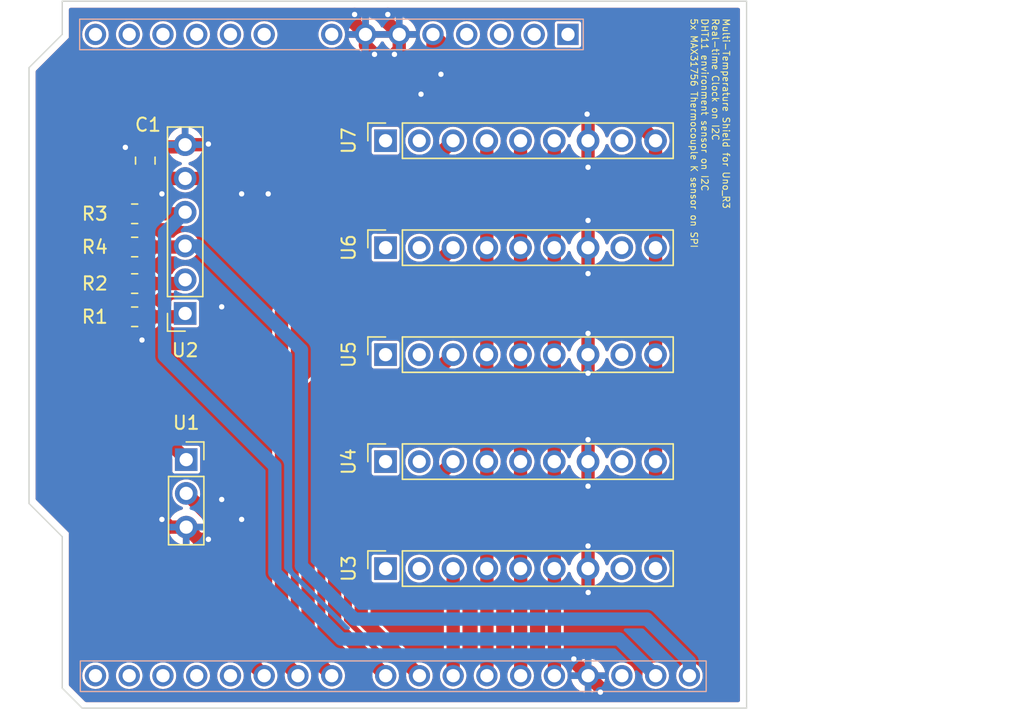
<source format=kicad_pcb>
(kicad_pcb (version 20221018) (generator pcbnew)
  (title_block (title "PCB_UNO_vers_multiTemp") (date "26/04/2023") (rev "1.0") (company "DM"))
  (layers (0 "F.Cu" signal) (31 "B.Cu" signal) (34 "B.Paste" user) (35 "F.Paste" user) (36 "B.SilkS" user "B.Silkscreen") (37 "F.SilkS" user "F.Silkscreen") (38 "B.Mask" user) (39 "F.Mask" user) (44 "Edge.Cuts" user))
  (net 0 "")
  (net 5 "VCC")
  (net 6 "GND")
  (net 7 "Net-(#FLG02-pwr)")
  (net 19 "DATA")
  (net 20 "CS_#5")
  (net 21 "CS_#4")
  (net 22 "CS_#3")
  (net 23 "CS_#2")
  (net 24 "CS_#1")
  (net 25 "SDI")
  (net 26 "SDO")
  (net 27 "SCK")
  (net 29 "SDA")
  (net 30 "SCL")
  (net 31 "/32kHz")
  (net 32 "/SQW")
  (footprint "Connector_PinSocket_2.54mm:PinSocket_1x06_P2.54mm_Vertical" (layer "F.Cu") (at 61.75 73.5 180)
    (fp_text reference "U2" (at 0 -2.77) (layer "F.SilkS"))
    (fp_text value "DS3231_az-delivery7091355839233")
    (fp_line (start -1.33 1.27) (end -1.33 14.03) (stroke (width 0.12)) (layer "F.SilkS"))
    (fp_line (start -1.33 1.27) (end 1.33 1.27) (stroke (width 0.12)) (layer "F.SilkS"))
    (fp_line (start -1.33 14.03) (end 1.33 14.03) (stroke (width 0.12)) (layer "F.SilkS"))
    (fp_line (start 0 -1.33) (end 1.33 -1.33) (stroke (width 0.12)) (layer "F.SilkS"))
    (fp_line (start 1.33 -1.33) (end 1.33 0) (stroke (width 0.12)) (layer "F.SilkS"))
    (fp_line (start 1.33 1.27) (end 1.33 14.03) (stroke (width 0.12)) (layer "F.SilkS"))
    (pad "1" thru_hole rect (at 0 0 180) (size 1.7 1.7) (drill 1) (layers "*.Cu" "*.Mask") (net 31 "/32kHz"))
    (pad "2" thru_hole oval (at 0 2.54 180) (size 1.7 1.7) (drill 1) (layers "*.Cu" "*.Mask") (net 32 "/SQW"))
    (pad "3" thru_hole oval (at 0 5.08 180) (size 1.7 1.7) (drill 1) (layers "*.Cu" "*.Mask") (net 30 "SCL"))
    (pad "4" thru_hole oval (at 0 7.62 180) (size 1.7 1.7) (drill 1) (layers "*.Cu" "*.Mask") (net 29 "SDA"))
    (pad "5" thru_hole oval (at 0 10.16 180) (size 1.7 1.7) (drill 1) (layers "*.Cu" "*.Mask") (net 5 "VCC"))
    (pad "6" thru_hole oval (at 0 12.7 180) (size 1.7 1.7) (drill 1) (layers "*.Cu" "*.Mask") (net 6 "GND"))
  )
  (footprint "Capacitor_SMD:C_0805_2012Metric_Pad1.18x1.45mm_HandSolder" (layer "F.Cu") (at 58.75 62 90)
    (fp_text reference "C1" (at 2.7 0.2 180) (layer "F.SilkS"))
    (fp_text value "100p")
    (fp_line (start -0.261252 -0.735) (end 0.261252 -0.735) (stroke (width 0.12)) (layer "F.SilkS"))
    (fp_line (start -0.261252 0.735) (end 0.261252 0.735) (stroke (width 0.12)) (layer "F.SilkS"))
    (pad "1" smd roundrect (at -1.0375 0 90) (size 1.175 1.45) (layers "F.Cu" "F.Paste" "F.Mask") (roundrect_rratio 0.2127659574) (net 5 "VCC"))
    (pad "2" smd roundrect (at 1.0375 0 90) (size 1.175 1.45) (layers "F.Cu" "F.Paste" "F.Mask") (roundrect_rratio 0.2127659574) (net 6 "GND"))
  )
  (footprint "Connector_PinSocket_2.54mm:PinSocket_1x09_P2.54mm_Vertical" (layer "F.Cu") (at 76.83 60.5 90)
    (fp_text reference "U7" (at 0 -2.77 90) (layer "F.SilkS"))
    (fp_text value "MAX31856")
    (fp_line (start -1.33 1.27) (end -1.33 21.65) (stroke (width 0.12)) (layer "F.SilkS"))
    (fp_line (start -1.33 1.27) (end 1.33 1.27) (stroke (width 0.12)) (layer "F.SilkS"))
    (fp_line (start -1.33 21.65) (end 1.33 21.65) (stroke (width 0.12)) (layer "F.SilkS"))
    (fp_line (start 0 -1.33) (end 1.33 -1.33) (stroke (width 0.12)) (layer "F.SilkS"))
    (fp_line (start 1.33 -1.33) (end 1.33 0) (stroke (width 0.12)) (layer "F.SilkS"))
    (fp_line (start 1.33 1.27) (end 1.33 21.65) (stroke (width 0.12)) (layer "F.SilkS"))
    (pad "1" thru_hole rect (at 0 0 90) (size 1.7 1.7) (drill 1) (layers "*.Cu" "*.Mask"))
    (pad "2" thru_hole oval (at 0 2.54 90) (size 1.7 1.7) (drill 1) (layers "*.Cu" "*.Mask"))
    (pad "3" thru_hole oval (at 0 5.08 90) (size 1.7 1.7) (drill 1) (layers "*.Cu" "*.Mask") (net 20 "CS_#5"))
    (pad "4" thru_hole oval (at 0 7.62 90) (size 1.7 1.7) (drill 1) (layers "*.Cu" "*.Mask") (net 25 "SDI"))
    (pad "5" thru_hole oval (at 0 10.16 90) (size 1.7 1.7) (drill 1) (layers "*.Cu" "*.Mask") (net 26 "SDO"))
    (pad "6" thru_hole oval (at 0 12.7 90) (size 1.7 1.7) (drill 1) (layers "*.Cu" "*.Mask") (net 27 "SCK"))
    (pad "7" thru_hole oval (at 0 15.24 90) (size 1.7 1.7) (drill 1) (layers "*.Cu" "*.Mask") (net 6 "GND"))
    (pad "8" thru_hole oval (at 0 17.78 90) (size 1.7 1.7) (drill 1) (layers "*.Cu" "*.Mask"))
    (pad "9" thru_hole oval (at 0 20.32 90) (size 1.7 1.7) (drill 1) (layers "*.Cu" "*.Mask") (net 5 "VCC"))
  )
  (footprint "Resistor_SMD:R_0805_2012Metric_Pad1.20x1.40mm_HandSolder" (layer "F.Cu") (at 57.95 66)
    (fp_text reference "R3" (at -3 0) (layer "F.SilkS"))
    (fp_text value "10k")
    (fp_line (start -0.227064 -0.735) (end 0.227064 -0.735) (stroke (width 0.12)) (layer "F.SilkS"))
    (fp_line (start -0.227064 0.735) (end 0.227064 0.735) (stroke (width 0.12)) (layer "F.SilkS"))
    (pad "1" smd roundrect (at -1 0) (size 1.2 1.4) (layers "F.Cu" "F.Paste" "F.Mask") (roundrect_rratio 0.2083333333) (net 5 "VCC"))
    (pad "2" smd roundrect (at 1 0) (size 1.2 1.4) (layers "F.Cu" "F.Paste" "F.Mask") (roundrect_rratio 0.2083333333) (net 29 "SDA"))
  )
  (footprint "Resistor_SMD:R_0805_2012Metric_Pad1.20x1.40mm_HandSolder" (layer "F.Cu") (at 57.95 68.5)
    (fp_text reference "R4" (at -3 0) (layer "F.SilkS"))
    (fp_text value "10k")
    (fp_line (start -0.227064 -0.735) (end 0.227064 -0.735) (stroke (width 0.12)) (layer "F.SilkS"))
    (fp_line (start -0.227064 0.735) (end 0.227064 0.735) (stroke (width 0.12)) (layer "F.SilkS"))
    (pad "1" smd roundrect (at -1 0) (size 1.2 1.4) (layers "F.Cu" "F.Paste" "F.Mask") (roundrect_rratio 0.2083333333) (net 5 "VCC"))
    (pad "2" smd roundrect (at 1 0) (size 1.2 1.4) (layers "F.Cu" "F.Paste" "F.Mask") (roundrect_rratio 0.2083333333) (net 30 "SCL"))
  )
  (footprint "Connector_PinSocket_2.54mm:PinSocket_1x09_P2.54mm_Vertical" (layer "F.Cu") (at 76.83 92.7 90)
    (fp_text reference "U3" (at 0 -2.77 90) (layer "F.SilkS"))
    (fp_text value "MAX31856")
    (fp_line (start -1.33 1.27) (end -1.33 21.65) (stroke (width 0.12)) (layer "F.SilkS"))
    (fp_line (start -1.33 1.27) (end 1.33 1.27) (stroke (width 0.12)) (layer "F.SilkS"))
    (fp_line (start -1.33 21.65) (end 1.33 21.65) (stroke (width 0.12)) (layer "F.SilkS"))
    (fp_line (start 0 -1.33) (end 1.33 -1.33) (stroke (width 0.12)) (layer "F.SilkS"))
    (fp_line (start 1.33 -1.33) (end 1.33 0) (stroke (width 0.12)) (layer "F.SilkS"))
    (fp_line (start 1.33 1.27) (end 1.33 21.65) (stroke (width 0.12)) (layer "F.SilkS"))
    (pad "1" thru_hole rect (at 0 0 90) (size 1.7 1.7) (drill 1) (layers "*.Cu" "*.Mask"))
    (pad "2" thru_hole oval (at 0 2.54 90) (size 1.7 1.7) (drill 1) (layers "*.Cu" "*.Mask"))
    (pad "3" thru_hole oval (at 0 5.08 90) (size 1.7 1.7) (drill 1) (layers "*.Cu" "*.Mask") (net 24 "CS_#1"))
    (pad "4" thru_hole oval (at 0 7.62 90) (size 1.7 1.7) (drill 1) (layers "*.Cu" "*.Mask") (net 25 "SDI"))
    (pad "5" thru_hole oval (at 0 10.16 90) (size 1.7 1.7) (drill 1) (layers "*.Cu" "*.Mask") (net 26 "SDO"))
    (pad "6" thru_hole oval (at 0 12.7 90) (size 1.7 1.7) (drill 1) (layers "*.Cu" "*.Mask") (net 27 "SCK"))
    (pad "7" thru_hole oval (at 0 15.24 90) (size 1.7 1.7) (drill 1) (layers "*.Cu" "*.Mask") (net 6 "GND"))
    (pad "8" thru_hole oval (at 0 17.78 90) (size 1.7 1.7) (drill 1) (layers "*.Cu" "*.Mask"))
    (pad "9" thru_hole oval (at 0 20.32 90) (size 1.7 1.7) (drill 1) (layers "*.Cu" "*.Mask") (net 5 "VCC"))
  )
  (footprint "Connector_PinSocket_2.54mm:PinSocket_1x09_P2.54mm_Vertical" (layer "F.Cu") (at 76.83 76.6 90)
    (fp_text reference "U5" (at 0 -2.77 90) (layer "F.SilkS"))
    (fp_text value "MAX31856")
    (fp_line (start -1.33 1.27) (end -1.33 21.65) (stroke (width 0.12)) (layer "F.SilkS"))
    (fp_line (start -1.33 1.27) (end 1.33 1.27) (stroke (width 0.12)) (layer "F.SilkS"))
    (fp_line (start -1.33 21.65) (end 1.33 21.65) (stroke (width 0.12)) (layer "F.SilkS"))
    (fp_line (start 0 -1.33) (end 1.33 -1.33) (stroke (width 0.12)) (layer "F.SilkS"))
    (fp_line (start 1.33 -1.33) (end 1.33 0) (stroke (width 0.12)) (layer "F.SilkS"))
    (fp_line (start 1.33 1.27) (end 1.33 21.65) (stroke (width 0.12)) (layer "F.SilkS"))
    (pad "1" thru_hole rect (at 0 0 90) (size 1.7 1.7) (drill 1) (layers "*.Cu" "*.Mask"))
    (pad "2" thru_hole oval (at 0 2.54 90) (size 1.7 1.7) (drill 1) (layers "*.Cu" "*.Mask"))
    (pad "3" thru_hole oval (at 0 5.08 90) (size 1.7 1.7) (drill 1) (layers "*.Cu" "*.Mask") (net 22 "CS_#3"))
    (pad "4" thru_hole oval (at 0 7.62 90) (size 1.7 1.7) (drill 1) (layers "*.Cu" "*.Mask") (net 25 "SDI"))
    (pad "5" thru_hole oval (at 0 10.16 90) (size 1.7 1.7) (drill 1) (layers "*.Cu" "*.Mask") (net 26 "SDO"))
    (pad "6" thru_hole oval (at 0 12.7 90) (size 1.7 1.7) (drill 1) (layers "*.Cu" "*.Mask") (net 27 "SCK"))
    (pad "7" thru_hole oval (at 0 15.24 90) (size 1.7 1.7) (drill 1) (layers "*.Cu" "*.Mask") (net 6 "GND"))
    (pad "8" thru_hole oval (at 0 17.78 90) (size 1.7 1.7) (drill 1) (layers "*.Cu" "*.Mask"))
    (pad "9" thru_hole oval (at 0 20.32 90) (size 1.7 1.7) (drill 1) (layers "*.Cu" "*.Mask") (net 5 "VCC"))
  )
  (footprint "Connector_PinSocket_2.54mm:PinSocket_1x09_P2.54mm_Vertical" (layer "F.Cu") (at 76.83 84.65 90)
    (fp_text reference "U4" (at 0 -2.77 90) (layer "F.SilkS"))
    (fp_text value "MAX31856")
    (fp_line (start -1.33 1.27) (end -1.33 21.65) (stroke (width 0.12)) (layer "F.SilkS"))
    (fp_line (start -1.33 1.27) (end 1.33 1.27) (stroke (width 0.12)) (layer "F.SilkS"))
    (fp_line (start -1.33 21.65) (end 1.33 21.65) (stroke (width 0.12)) (layer "F.SilkS"))
    (fp_line (start 0 -1.33) (end 1.33 -1.33) (stroke (width 0.12)) (layer "F.SilkS"))
    (fp_line (start 1.33 -1.33) (end 1.33 0) (stroke (width 0.12)) (layer "F.SilkS"))
    (fp_line (start 1.33 1.27) (end 1.33 21.65) (stroke (width 0.12)) (layer "F.SilkS"))
    (pad "1" thru_hole rect (at 0 0 90) (size 1.7 1.7) (drill 1) (layers "*.Cu" "*.Mask"))
    (pad "2" thru_hole oval (at 0 2.54 90) (size 1.7 1.7) (drill 1) (layers "*.Cu" "*.Mask"))
    (pad "3" thru_hole oval (at 0 5.08 90) (size 1.7 1.7) (drill 1) (layers "*.Cu" "*.Mask") (net 23 "CS_#2"))
    (pad "4" thru_hole oval (at 0 7.62 90) (size 1.7 1.7) (drill 1) (layers "*.Cu" "*.Mask") (net 25 "SDI"))
    (pad "5" thru_hole oval (at 0 10.16 90) (size 1.7 1.7) (drill 1) (layers "*.Cu" "*.Mask") (net 26 "SDO"))
    (pad "6" thru_hole oval (at 0 12.7 90) (size 1.7 1.7) (drill 1) (layers "*.Cu" "*.Mask") (net 27 "SCK"))
    (pad "7" thru_hole oval (at 0 15.24 90) (size 1.7 1.7) (drill 1) (layers "*.Cu" "*.Mask") (net 6 "GND"))
    (pad "8" thru_hole oval (at 0 17.78 90) (size 1.7 1.7) (drill 1) (layers "*.Cu" "*.Mask"))
    (pad "9" thru_hole oval (at 0 20.32 90) (size 1.7 1.7) (drill 1) (layers "*.Cu" "*.Mask") (net 5 "VCC"))
  )
  (footprint "Resistor_SMD:R_0805_2012Metric_Pad1.20x1.40mm_HandSolder" (layer "F.Cu") (at 57.95 73.75)
    (fp_text reference "R1" (at -3 0) (layer "F.SilkS"))
    (fp_text value "10k")
    (fp_line (start -0.227064 -0.735) (end 0.227064 -0.735) (stroke (width 0.12)) (layer "F.SilkS"))
    (fp_line (start -0.227064 0.735) (end 0.227064 0.735) (stroke (width 0.12)) (layer "F.SilkS"))
    (pad "1" smd roundrect (at -1 0) (size 1.2 1.4) (layers "F.Cu" "F.Paste" "F.Mask") (roundrect_rratio 0.2083333333) (net 5 "VCC"))
    (pad "2" smd roundrect (at 1 0) (size 1.2 1.4) (layers "F.Cu" "F.Paste" "F.Mask") (roundrect_rratio 0.2083333333) (net 31 "/32kHz"))
  )
  (footprint "Resistor_SMD:R_0805_2012Metric_Pad1.20x1.40mm_HandSolder" (layer "F.Cu") (at 57.95 71.25)
    (fp_text reference "R2" (at -3 0) (layer "F.SilkS"))
    (fp_text value "10k")
    (fp_line (start -0.227064 -0.735) (end 0.227064 -0.735) (stroke (width 0.12)) (layer "F.SilkS"))
    (fp_line (start -0.227064 0.735) (end 0.227064 0.735) (stroke (width 0.12)) (layer "F.SilkS"))
    (pad "1" smd roundrect (at -1 0) (size 1.2 1.4) (layers "F.Cu" "F.Paste" "F.Mask") (roundrect_rratio 0.2083333333) (net 5 "VCC"))
    (pad "2" smd roundrect (at 1 0) (size 1.2 1.4) (layers "F.Cu" "F.Paste" "F.Mask") (roundrect_rratio 0.2083333333) (net 32 "/SQW"))
  )
  (footprint "Connector_PinSocket_2.54mm:PinSocket_1x03_P2.54mm_Vertical" (layer "F.Cu") (at 61.83 84.5)
    (fp_text reference "U1" (at 0 -2.77) (layer "F.SilkS"))
    (fp_text value "DHT11")
    (fp_line (start -1.33 1.27) (end -1.33 6.41) (stroke (width 0.12)) (layer "F.SilkS"))
    (fp_line (start -1.33 1.27) (end 1.33 1.27) (stroke (width 0.12)) (layer "F.SilkS"))
    (fp_line (start -1.33 6.41) (end 1.33 6.41) (stroke (width 0.12)) (layer "F.SilkS"))
    (fp_line (start 0 -1.33) (end 1.33 -1.33) (stroke (width 0.12)) (layer "F.SilkS"))
    (fp_line (start 1.33 -1.33) (end 1.33 0) (stroke (width 0.12)) (layer "F.SilkS"))
    (fp_line (start 1.33 1.27) (end 1.33 6.41) (stroke (width 0.12)) (layer "F.SilkS"))
    (pad "1" thru_hole rect (at 0 0) (size 1.7 1.7) (drill 1) (layers "*.Cu" "*.Mask") (net 5 "VCC"))
    (pad "2" thru_hole oval (at 0 2.54) (size 1.7 1.7) (drill 1) (layers "*.Cu" "*.Mask") (net 19 "DATA"))
    (pad "3" thru_hole oval (at 0 5.08) (size 1.7 1.7) (drill 1) (layers "*.Cu" "*.Mask") (net 6 "GND"))
  )
  (footprint "Connector_PinSocket_2.54mm:PinSocket_1x09_P2.54mm_Vertical" (layer "F.Cu") (at 76.83 68.55 90)
    (fp_text reference "U6" (at 0 -2.77 90) (layer "F.SilkS"))
    (fp_text value "MAX31856")
    (fp_line (start -1.33 1.27) (end -1.33 21.65) (stroke (width 0.12)) (layer "F.SilkS"))
    (fp_line (start -1.33 1.27) (end 1.33 1.27) (stroke (width 0.12)) (layer "F.SilkS"))
    (fp_line (start -1.33 21.65) (end 1.33 21.65) (stroke (width 0.12)) (layer "F.SilkS"))
    (fp_line (start 0 -1.33) (end 1.33 -1.33) (stroke (width 0.12)) (layer "F.SilkS"))
    (fp_line (start 1.33 -1.33) (end 1.33 0) (stroke (width 0.12)) (layer "F.SilkS"))
    (fp_line (start 1.33 1.27) (end 1.33 21.65) (stroke (width 0.12)) (layer "F.SilkS"))
    (pad "1" thru_hole rect (at 0 0 90) (size 1.7 1.7) (drill 1) (layers "*.Cu" "*.Mask"))
    (pad "2" thru_hole oval (at 0 2.54 90) (size 1.7 1.7) (drill 1) (layers "*.Cu" "*.Mask"))
    (pad "3" thru_hole oval (at 0 5.08 90) (size 1.7 1.7) (drill 1) (layers "*.Cu" "*.Mask") (net 21 "CS_#4"))
    (pad "4" thru_hole oval (at 0 7.62 90) (size 1.7 1.7) (drill 1) (layers "*.Cu" "*.Mask") (net 25 "SDI"))
    (pad "5" thru_hole oval (at 0 10.16 90) (size 1.7 1.7) (drill 1) (layers "*.Cu" "*.Mask") (net 26 "SDO"))
    (pad "6" thru_hole oval (at 0 12.7 90) (size 1.7 1.7) (drill 1) (layers "*.Cu" "*.Mask") (net 27 "SCK"))
    (pad "7" thru_hole oval (at 0 15.24 90) (size 1.7 1.7) (drill 1) (layers "*.Cu" "*.Mask") (net 6 "GND"))
    (pad "8" thru_hole oval (at 0 17.78 90) (size 1.7 1.7) (drill 1) (layers "*.Cu" "*.Mask"))
    (pad "9" thru_hole oval (at 0 20.32 90) (size 1.7 1.7) (drill 1) (layers "*.Cu" "*.Mask") (net 5 "VCC"))
  )
  (footprint "MesFootprints:Arduino_UNO_R3_SchieldInterface" (layer "B.Cu") (at 90.56 52.5 180)
    (fp_text reference "A1" hide)
    (fp_text value "Arduino_UNO_R3")
    (fp_rect (start -10.4 -47.15) (end 36.7 -49.45) (stroke (width 0.1)) (fill none) (layer "B.SilkS"))
    (fp_rect (start -1.15 1.15) (end 36.75 -1.15) (stroke (width 0.1)) (fill none) (layer "B.SilkS"))
    (pad "1" thru_hole rect (at 0 0 90) (size 1.6 1.6) (drill 1) (layers "*.Cu" "*.Mask"))
    (pad "2" thru_hole oval (at 2.54 0 90) (size 1.6 1.6) (drill 1) (layers "*.Cu" "*.Mask"))
    (pad "3" thru_hole oval (at 5.08 0 90) (size 1.6 1.6) (drill 1) (layers "*.Cu" "*.Mask"))
    (pad "4" thru_hole oval (at 7.62 0 90) (size 1.6 1.6) (drill 1) (layers "*.Cu" "*.Mask"))
    (pad "5" thru_hole oval (at 10.16 0 90) (size 1.6 1.6) (drill 1) (layers "*.Cu" "*.Mask") (net 5 "VCC"))
    (pad "6" thru_hole oval (at 12.7 0 90) (size 1.6 1.6) (drill 1) (layers "*.Cu" "*.Mask") (net 6 "GND"))
    (pad "7" thru_hole oval (at 15.24 0 90) (size 1.6 1.6) (drill 1) (layers "*.Cu" "*.Mask") (net 6 "GND"))
    (pad "8" thru_hole oval (at 17.78 0 90) (size 1.6 1.6) (drill 1) (layers "*.Cu" "*.Mask") (net 7 "Net-(#FLG02-pwr)"))
    (pad "9" thru_hole oval (at 22.86 0 90) (size 1.6 1.6) (drill 1) (layers "*.Cu" "*.Mask"))
    (pad "10" thru_hole oval (at 25.4 0 90) (size 1.6 1.6) (drill 1) (layers "*.Cu" "*.Mask"))
    (pad "11" thru_hole oval (at 27.94 0 90) (size 1.6 1.6) (drill 1) (layers "*.Cu" "*.Mask"))
    (pad "12" thru_hole oval (at 30.48 0 90) (size 1.6 1.6) (drill 1) (layers "*.Cu" "*.Mask"))
    (pad "13" thru_hole oval (at 33.02 0 90) (size 1.6 1.6) (drill 1) (layers "*.Cu" "*.Mask"))
    (pad "14" thru_hole oval (at 35.56 0 90) (size 1.6 1.6) (drill 1) (layers "*.Cu" "*.Mask"))
    (pad "15" thru_hole oval (at 35.56 -48.26 90) (size 1.6 1.6) (drill 1) (layers "*.Cu" "*.Mask"))
    (pad "16" thru_hole oval (at 33.02 -48.26 90) (size 1.6 1.6) (drill 1) (layers "*.Cu" "*.Mask"))
    (pad "17" thru_hole oval (at 30.48 -48.26 90) (size 1.6 1.6) (drill 1) (layers "*.Cu" "*.Mask"))
    (pad "18" thru_hole oval (at 27.94 -48.26 90) (size 1.6 1.6) (drill 1) (layers "*.Cu" "*.Mask"))
    (pad "19" thru_hole oval (at 25.4 -48.26 90) (size 1.6 1.6) (drill 1) (layers "*.Cu" "*.Mask"))
    (pad "20" thru_hole oval (at 22.86 -48.26 90) (size 1.6 1.6) (drill 1) (layers "*.Cu" "*.Mask") (net 19 "DATA"))
    (pad "21" thru_hole oval (at 20.32 -48.26 90) (size 1.6 1.6) (drill 1) (layers "*.Cu" "*.Mask") (net 20 "CS_#5"))
    (pad "22" thru_hole oval (at 17.78 -48.26 90) (size 1.6 1.6) (drill 1) (layers "*.Cu" "*.Mask") (net 21 "CS_#4"))
    (pad "23" thru_hole oval (at 13.72 -48.26 90) (size 1.6 1.6) (drill 1) (layers "*.Cu" "*.Mask") (net 22 "CS_#3"))
    (pad "24" thru_hole oval (at 11.18 -48.26 90) (size 1.6 1.6) (drill 1) (layers "*.Cu" "*.Mask") (net 23 "CS_#2"))
    (pad "25" thru_hole oval (at 8.64 -48.26 90) (size 1.6 1.6) (drill 1) (layers "*.Cu" "*.Mask") (net 24 "CS_#1"))
    (pad "26" thru_hole oval (at 6.1 -48.26 90) (size 1.6 1.6) (drill 1) (layers "*.Cu" "*.Mask") (net 25 "SDI"))
    (pad "27" thru_hole oval (at 3.56 -48.26 90) (size 1.6 1.6) (drill 1) (layers "*.Cu" "*.Mask") (net 26 "SDO"))
    (pad "28" thru_hole oval (at 1.02 -48.26 90) (size 1.6 1.6) (drill 1) (layers "*.Cu" "*.Mask") (net 27 "SCK"))
    (pad "29" thru_hole oval (at -1.52 -48.26 90) (size 1.6 1.6) (drill 1) (layers "*.Cu" "*.Mask") (net 6 "GND"))
    (pad "30" thru_hole oval (at -4.06 -48.26 90) (size 1.6 1.6) (drill 1) (layers "*.Cu" "*.Mask"))
    (pad "31" thru_hole oval (at -6.6 -48.26 90) (size 1.6 1.6) (drill 1) (layers "*.Cu" "*.Mask") (net 29 "SDA"))
    (pad "32" thru_hole oval (at -9.14 -48.26 90) (size 1.6 1.6) (drill 1) (layers "*.Cu" "*.Mask") (net 30 "SCL"))
  )
  (gr_line (start 52.5 101.7) (end 54 103.2) (stroke (width 0.1)) (layer "Edge.Cuts"))
  (gr_line (start 50 87.8) (end 52.5 90.3) (stroke (width 0.1)) (layer "Edge.Cuts"))
  (gr_line (start 52.5 90.3) (end 52.5 101.7) (stroke (width 0.1)) (layer "Edge.Cuts"))
  (gr_line (start 52.5 50) (end 52.5 52.5) (stroke (width 0.1)) (layer "Edge.Cuts"))
  (gr_line (start 104 103.2) (end 104 50) (stroke (width 0.1)) (layer "Edge.Cuts"))
  (gr_line (start 52.5 52.5) (end 50 55) (stroke (width 0.1)) (layer "Edge.Cuts"))
  (gr_line (start 54 103.2) (end 104 103.2) (stroke (width 0.1)) (layer "Edge.Cuts"))
  (gr_line (start 50 55) (end 50 87.8) (stroke (width 0.1)) (layer "Edge.Cuts"))
  (gr_line (start 104 50) (end 52.5 50) (stroke (width 0.1)) (layer "Edge.Cuts"))
  (gr_text "Multi-Temperature Shield for Uno_R3\nReal-time Clock on I2C\nDHT11 environment sensor on I2C\n5x MAX31756 Thermocouple K sensor on SPI" (at 99.75 51.25 -90) (layer "F.SilkS") (effects (font (size 0.5 0.5) (thickness 0.075)) (justify left bottom)))
  (segment (start 97.15 76.6) (end 97.15 84.65) (width 1) (layer "F.Cu") (net 5))
  (segment (start 56.95 64.8375) (end 56.95 66) (width 1) (layer "F.Cu") (net 5))
  (segment (start 81.9 54) (end 80.4 52.5) (width 1) (layer "F.Cu") (net 5))
  (segment (start 59.466497 63.34) (end 61.75 63.34) (width 1) (layer "F.Cu") (net 5))
  (segment (start 64.4475 63.34) (end 64.75 63.0375) (width 1) (layer "F.Cu") (net 5))
  (segment (start 97.15 60.5) (end 97.15 68.55) (width 1) (layer "F.Cu") (net 5))
  (segment (start 61.75 63.34) (end 64.4475 63.34) (width 1) (layer "F.Cu") (net 5))
  (segment (start 59.0525 63.34) (end 58.75 63.0375) (width 1) (layer "F.Cu") (net 5))
  (segment (start 70.99387 63.0375) (end 64.75 63.0375) (width 1) (layer "F.Cu") (net 5))
  (segment (start 58.75 63.0375) (end 56.95 64.8375) (width 1) (layer "F.Cu") (net 5))
  (segment (start 97.15 84.65) (end 97.15 92.7) (width 1) (layer "F.Cu") (net 5))
  (segment (start 97.15 60.5) (end 90.65 54) (width 1) (layer "F.Cu") (net 5))
  (segment (start 56.95 66) (end 56.95 68.5) (width 1) (layer "F.Cu") (net 5))
  (segment (start 56.95 68.5) (end 56.95 71.25) (width 1) (layer "F.Cu") (net 5))
  (segment (start 56.95 66) (end 56.95 65.856497) (width 1) (layer "F.Cu") (net 5))
  (segment (start 80.4 53.63137) (end 70.99387 63.0375) (width 1) (layer "F.Cu") (net 5))
  (segment (start 56.95 79.62) (end 56.95 73.75) (width 1) (layer "F.Cu") (net 5))
  (segment (start 90.65 54) (end 81.9 54) (width 1) (layer "F.Cu") (net 5))
  (segment (start 56.95 65.856497) (end 59.466497 63.34) (width 1) (layer "F.Cu") (net 5))
  (segment (start 80.4 52.5) (end 80.4 53.63137) (width 1) (layer "F.Cu") (net 5))
  (segment (start 61.75 63.34) (end 59.0525 63.34) (width 1) (layer "F.Cu") (net 5))
  (segment (start 61.83 84.5) (end 56.95 79.62) (width 1) (layer "F.Cu") (net 5))
  (segment (start 56.95 71.25) (end 56.95 73.75) (width 1) (layer "F.Cu") (net 5))
  (segment (start 97.15 68.55) (end 97.15 76.6) (width 1) (layer "F.Cu") (net 5))
  (segment (start 57.2875 60.9625) (end 57.25 61) (width 1) (layer "F.Cu") (net 6))
  (segment (start 60.58 89.58) (end 60 89) (width 1) (layer "F.Cu") (net 6))
  (segment (start 92.07 84.65) (end 92.07 86.5) (width 1) (layer "F.Cu") (net 6))
  (segment (start 75.32 53.32) (end 76 54) (width 1) (layer "F.Cu") (net 6))
  (segment (start 92.08 100.76) (end 92.08 100.579) (width 1) (layer "F.Cu") (net 6))
  (segment (start 77.86 52.5) (end 77.86 53.64) (width 1) (layer "F.Cu") (net 6))
  (segment (start 61.75 60.8) (end 63.45 60.8) (width 1) (layer "F.Cu") (net 6))
  (segment (start 62.75 90.5) (end 63.5 90.5) (width 1) (layer "F.Cu") (net 6))
  (segment (start 92.08 100.76) (end 91 99.68) (width 1) (layer "F.Cu") (net 6))
  (segment (start 92.08 100.579) (end 92.1995 100.4595) (width 1) (layer "F.Cu") (net 6))
  (segment (start 63.45 60.8) (end 63.5 60.75) (width 1) (layer "F.Cu") (net 6))
  (segment (start 92.07 68.55) (end 92.07 70.5) (width 1) (layer "F.Cu") (net 6))
  (segment (start 77.86 52.5) (end 77 51.64) (width 1) (layer "F.Cu") (net 6))
  (segment (start 92.07 60.5) (end 92.07 62.5) (width 1) (layer "F.Cu") (net 6))
  (segment (start 75.32 52.5) (end 74.5 51.68) (width 1) (layer "F.Cu") (net 6))
  (segment (start 61.83 89.58) (end 62.75 90.5) (width 1) (layer "F.Cu") (net 6))
  (segment (start 92.07 76.6) (end 92.07 75) (width 1) (layer "F.Cu") (net 6))
  (segment (start 92.07 58.57) (end 92 58.5) (width 1) (layer "F.Cu") (net 6))
  (segment (start 92.07 92.7) (end 92.07 91) (width 1) (layer "F.Cu") (net 6))
  (segment (start 61.5875 60.9625) (end 61.75 60.8) (width 1) (layer "F.Cu") (net 6))
  (segment (start 92.07 76.6) (end 92.07 78) (width 1) (layer "F.Cu") (net 6))
  (segment (start 74.5 51.68) (end 74.5 51) (width 1) (layer "F.Cu") (net 6))
  (segment (start 92.08 100.76) (end 93 101.68) (width 1) (layer "F.Cu") (net 6))
  (segment (start 93 101.68) (end 93 102) (width 1) (layer "F.Cu") (net 6))
  (segment (start 77.86 53.64) (end 77.5 54) (width 1) (layer "F.Cu") (net 6))
  (segment (start 75.32 52.5) (end 75.32 53.32) (width 1) (layer "F.Cu") (net 6))
  (segment (start 92.07 68.55) (end 92.07 66.5) (width 1) (layer "F.Cu") (net 6))
  (segment (start 92.07 60.5) (end 92.07 58.57) (width 1) (layer "F.Cu") (net 6))
  (segment (start 58.75 60.9625) (end 61.5875 60.9625) (width 1) (layer "F.Cu") (net 6))
  (segment (start 61.83 89.58) (end 60.58 89.58) (width 1) (layer "F.Cu") (net 6))
  (segment (start 91 99.68) (end 91 99.5) (width 1) (layer "F.Cu") (net 6))
  (segment (start 92.07 84.65) (end 92.07 83) (width 1) (layer "F.Cu") (net 6))
  (segment (start 92.07 92.7) (end 92.07 94.49) (width 1) (layer "F.Cu") (net 6))
  (segment (start 77 51.64) (end 77 51) (width 1) (layer "F.Cu") (net 6))
  (segment (start 92.07 94.49) (end 92.08 94.5) (width 1) (layer "F.Cu") (net 6))
  (segment (start 58.75 60.9625) (end 57.2875 60.9625) (width 1) (layer "F.Cu") (net 6))
  (via (at 92.07 70.5) (size 0.8) (drill 0.4) (layers "F.Cu" "B.Cu") (net 6))
  (via (at 79.5 57) (size 0.8) (drill 0.4) (layers "F.Cu" "B.Cu") (net 6))
  (via (at 63.5 60.75) (size 0.8) (drill 0.4) (layers "F.Cu" "B.Cu") (net 6))
  (via (at 92.07 78) (size 0.8) (drill 0.4) (layers "F.Cu" "B.Cu") (net 6))
  (via (at 68 64.5) (size 0.8) (drill 0.4) (layers "F.Cu" "B.Cu") (net 6))
  (via (at 92.07 91) (size 0.8) (drill 0.4) (layers "F.Cu" "B.Cu") (net 6))
  (via (at 60 64.5) (size 0.8) (drill 0.4) (layers "F.Cu" "B.Cu") (net 6))
  (via (at 60 89) (size 0.8) (drill 0.4) (layers "F.Cu" "B.Cu") (net 6))
  (via (at 93 102) (size 0.8) (drill 0.4) (layers "F.Cu" "B.Cu") (net 6))
  (via (at 92.07 75) (size 0.8) (drill 0.4) (layers "F.Cu" "B.Cu") (net 6))
  (via (at 64.5 73) (size 0.8) (drill 0.4) (layers "F.Cu" "B.Cu") (net 6))
  (via (at 58.5 75.5) (size 0.8) (drill 0.4) (layers "F.Cu" "B.Cu") (net 6))
  (via (at 77.5 54) (size 0.8) (drill 0.4) (layers "F.Cu" "B.Cu") (net 6))
  (via (at 91 99.5) (size 0.8) (drill 0.4) (layers "F.Cu" "B.Cu") (net 6))
  (via (at 66 64.5) (size 0.8) (drill 0.4) (layers "F.Cu" "B.Cu") (net 6))
  (via (at 66 89) (size 0.8) (drill 0.4) (layers "F.Cu" "B.Cu") (net 6))
  (via (at 92.07 83) (size 0.8) (drill 0.4) (layers "F.Cu" "B.Cu") (net 6))
  (via (at 77 51) (size 0.8) (drill 0.4) (layers "F.Cu" "B.Cu") (net 6))
  (via (at 81 55.5) (size 0.8) (drill 0.4) (layers "F.Cu" "B.Cu") (net 6))
  (via (at 63.5 90.5) (size 0.8) (drill 0.4) (layers "F.Cu" "B.Cu") (net 6))
  (via (at 74.5 51) (size 0.8) (drill 0.4) (layers "F.Cu" "B.Cu") (net 6))
  (via (at 92.07 66.5) (size 0.8) (drill 0.4) (layers "F.Cu" "B.Cu") (net 6))
  (via (at 76 54) (size 0.8) (drill 0.4) (layers "F.Cu" "B.Cu") (net 6))
  (via (at 92.07 62.5) (size 0.8) (drill 0.4) (layers "F.Cu" "B.Cu") (net 6))
  (via (at 64.5 87.5) (size 0.8) (drill 0.4) (layers "F.Cu" "B.Cu") (net 6))
  (via (at 92 58.5) (size 0.8) (drill 0.4) (layers "F.Cu" "B.Cu") (net 6))
  (via (at 57.25 61) (size 0.8) (drill 0.4) (layers "F.Cu" "B.Cu") (net 6))
  (via (at 92.07 86.5) (size 0.8) (drill 0.4) (layers "F.Cu" "B.Cu") (net 6))
  (via (at 92.08 94.5) (size 0.8) (drill 0.4) (layers "F.Cu" "B.Cu") (net 6))
  (segment (start 67 100.06) (end 67.7 100.76) (width 1) (layer "F.Cu") (net 19))
  (segment (start 67 92.21) (end 67 100.06) (width 1) (layer "F.Cu") (net 19))
  (segment (start 61.83 87.04) (end 67 92.21) (width 1) (layer "F.Cu") (net 19))
  (segment (start 69 99.52) (end 69 73.41) (width 1) (layer "F.Cu") (net 20))
  (segment (start 69 73.41) (end 81.91 60.5) (width 1) (layer "F.Cu") (net 20))
  (segment (start 70.24 100.76) (end 69 99.52) (width 1) (layer "F.Cu") (net 20))
  (segment (start 71 98.98) (end 71 79.46) (width 1) (layer "F.Cu") (net 21))
  (segment (start 72.78 100.76) (end 71 98.98) (width 1) (layer "F.Cu") (net 21))
  (segment (start 71 79.46) (end 81.91 68.55) (width 1) (layer "F.Cu") (net 21))
  (segment (start 73 85.51) (end 81.91 76.6) (width 1) (layer "F.Cu") (net 22))
  (segment (start 73 96.92) (end 73 85.51) (width 1) (layer "F.Cu") (net 22))
  (segment (start 76.84 100.76) (end 73 96.92) (width 1) (layer "F.Cu") (net 22))
  (segment (start 79.38 100.76) (end 75 96.38) (width 1) (layer "F.Cu") (net 23))
  (segment (start 75 96.38) (end 75 91.56) (width 1) (layer "F.Cu") (net 23))
  (segment (start 75 91.56) (end 81.91 84.65) (width 1) (layer "F.Cu") (net 23))
  (segment (start 81.92 100.76) (end 81.92 92.71) (width 1) (layer "F.Cu") (net 24))
  (segment (start 81.92 92.71) (end 81.91 92.7) (width 1) (layer "F.Cu") (net 24))
  (segment (start 84.45 84.65) (end 84.45 76.6) (width 1) (layer "F.Cu") (net 25))
  (segment (start 84.45 68.55) (end 84.45 60.5) (width 1) (layer "F.Cu") (net 25))
  (segment (start 84.46 100.76) (end 84.46 92.71) (width 1) (layer "F.Cu") (net 25))
  (segment (start 84.45 76.6) (end 84.45 68.55) (width 1) (layer "F.Cu") (net 25))
  (segment (start 84.45 92.7) (end 84.45 84.65) (width 1) (layer "F.Cu") (net 25))
  (segment (start 84.46 92.71) (end 84.45 92.7) (width 1) (layer "F.Cu") (net 25))
  (segment (start 86.99 84.65) (end 86.99 92.7) (width 1) (layer "F.Cu") (net 26))
  (segment (start 87 100.76) (end 87 92.71) (width 1) (layer "F.Cu") (net 26))
  (segment (start 87 92.71) (end 86.99 92.7) (width 1) (layer "F.Cu") (net 26))
  (segment (start 86.99 76.6) (end 86.99 84.65) (width 1) (layer "F.Cu") (net 26))
  (segment (start 86.99 60.5) (end 86.99 68.55) (width 1) (layer "F.Cu") (net 26))
  (segment (start 86.99 68.55) (end 86.99 76.6) (width 1) (layer "F.Cu") (net 26))
  (segment (start 89.53 68.55) (end 89.53 60.5) (width 1) (layer "F.Cu") (net 27))
  (segment (start 89.54 92.71) (end 89.53 92.7) (width 1) (layer "F.Cu") (net 27))
  (segment (start 89.53 84.65) (end 89.53 76.6) (width 1) (layer "F.Cu") (net 27))
  (segment (start 89.53 76.6) (end 89.53 68.55) (width 1) (layer "F.Cu") (net 27))
  (segment (start 89.53 92.7) (end 89.53 84.65) (width 1) (layer "F.Cu") (net 27))
  (segment (start 89.54 100.76) (end 89.54 92.71) (width 1) (layer "F.Cu") (net 27))
  (segment (start 58.95 66) (end 61.63 66) (width 1) (layer "F.Cu") (net 29))
  (segment (start 61.63 66) (end 61.75 65.88) (width 1) (layer "F.Cu") (net 29))
  (segment (start 94.4 98) (end 97.16 100.76) (width 1) (layer "B.Cu") (net 29))
  (segment (start 73.5 98) (end 94.4 98) (width 1) (layer "B.Cu") (net 29))
  (segment (start 68.5 93) (end 73.5 98) (width 1) (layer "B.Cu") (net 29))
  (segment (start 68.5 85) (end 68.5 93) (width 1) (layer "B.Cu") (net 29))
  (segment (start 61.75 65.88) (end 60.2 67.43) (width 1) (layer "B.Cu") (net 29))
  (segment (start 60.2 76.7) (end 68.5 85) (width 1) (layer "B.Cu") (net 29))
  (segment (start 60.2 67.43) (end 60.2 76.7) (width 1) (layer "B.Cu") (net 29))
  (segment (start 58.95 68.5) (end 61.67 68.5) (width 1) (layer "F.Cu") (net 30))
  (segment (start 61.67 68.5) (end 61.75 68.42) (width 1) (layer "F.Cu") (net 30))
  (segment (start 61.75 68.42) (end 62.67 68.42) (width 1) (layer "B.Cu") (net 30))
  (segment (start 70.5 76.25) (end 70.5 92.5) (width 1) (layer "B.Cu") (net 30))
  (segment (start 74.5 96.5) (end 96.5 96.5) (width 1) (layer "B.Cu") (net 30))
  (segment (start 96.5 96.5) (end 99.7 99.7) (width 1) (layer "B.Cu") (net 30))
  (segment (start 70.5 92.5) (end 74.5 96.5) (width 1) (layer "B.Cu") (net 30))
  (segment (start 62.67 68.42) (end 70.5 76.25) (width 1) (layer "B.Cu") (net 30))
  (segment (start 99.7 99.7) (end 99.7 100.76) (width 1) (layer "B.Cu") (net 30))
  (segment (start 58.95 73.75) (end 61.5 73.75) (width 1) (layer "F.Cu") (net 31))
  (segment (start 61.5 73.75) (end 61.75 73.5) (width 1) (layer "F.Cu") (net 31))
  (segment (start 61.46 71.25) (end 61.75 70.96) (width 1) (layer "F.Cu") (net 32))
  (segment (start 58.95 71.25) (end 61.46 71.25) (width 1) (layer "F.Cu") (net 32))
  (zone (net 6) (net_name "GND") (layers "F&B.Cu") (name "GND") (connect_pads (clearance 0)) (min_thickness 0.25) (fill yes (thermal_gap 0.5) (thermal_bridge_width 0.5) (island_removal_mode 1) (island_area_min 10))
    (polygon (pts (xy 53 50.5) (xy 103.5 50.5) (xy 103.5 102.75) (xy 54.25 102.75) (xy 53 101.5) (xy 53 90) (xy 50.5 87.5) (xy 50.5 55.25) (xy 53 52.75)))
  )
)
</source>
